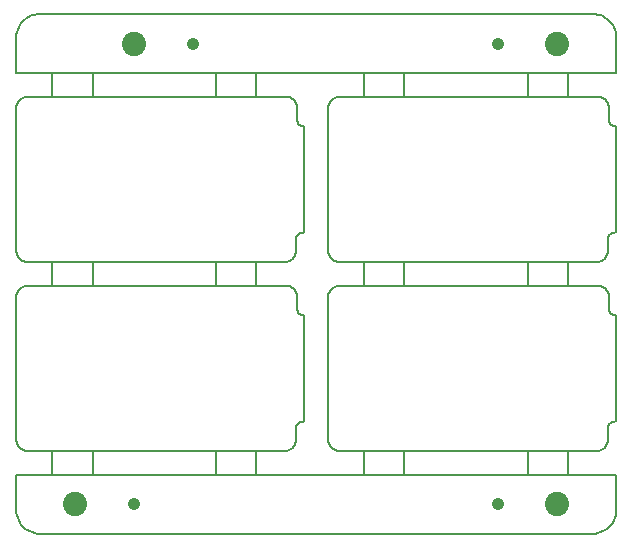
<source format=gbr>
*
%FSLAX26Y26*%
%MOIN*%
%ADD10C,0.005906*%
%ADD11C,0.006063*%
%ADD12C,0.008000*%
%ADD13C,0.041339*%
%ADD14C,0.080709*%
%IPPOS*%
%LNgko.gbr*%
%LPD*%
G75*
G54D10*
X3937Y39371D02*
X4087Y35938D01*
X4535Y32536D01*
X5280Y29182D01*
X6311Y25906D01*
X7626Y22733D01*
X9213Y19686D01*
X11055Y16788D01*
X13150Y14064D01*
X15468Y11532D01*
X18000Y9213D01*
X20724Y7119D01*
X23622Y5276D01*
X26669Y3690D01*
X29843Y2375D01*
X33118Y1343D01*
X36472Y599D01*
X39874Y150D01*
X43307Y1D01*
X897638D01*
X901071Y150D01*
X904472Y599D01*
X907827Y1343D01*
X911102Y2375D01*
X914276Y3690D01*
X917323Y5276D01*
X920220Y7119D01*
X922945Y9213D01*
X925476Y11532D01*
X927795Y14064D01*
X929890Y16788D01*
X931732Y19686D01*
X933319Y22733D01*
X934634Y25906D01*
X935665Y29182D01*
X936409Y32536D01*
X936858Y35938D01*
X937008Y39371D01*
Y78741D01*
X937083Y80457D01*
X937307Y82158D01*
X937677Y83835D01*
X938197Y85473D01*
X938850Y87060D01*
X939646Y88583D01*
X940567Y90032D01*
X941614Y91394D01*
X942772Y92662D01*
X944039Y93819D01*
X945402Y94867D01*
X946850Y95788D01*
X948374Y96583D01*
X949961Y97237D01*
X951598Y97756D01*
X953276Y98127D01*
X954976Y98351D01*
X956693Y98426D01*
X957378Y98457D01*
X958059Y98544D01*
X958732Y98693D01*
X959386Y98902D01*
X960020Y99162D01*
X960630Y99481D01*
X961209Y99851D01*
X961756Y100268D01*
X962260Y100733D01*
X962724Y101237D01*
X963142Y101784D01*
X963512Y102363D01*
X963831Y102973D01*
X964091Y103607D01*
X964299Y104260D01*
X964449Y104934D01*
X964535Y105615D01*
X964567Y106300D01*
Y448819D01*
X964551Y449162D01*
X964508Y449504D01*
X964433Y449839D01*
X964331Y450166D01*
X964197Y450485D01*
X964039Y450788D01*
X963854Y451079D01*
X963646Y451351D01*
X963413Y451603D01*
X963161Y451835D01*
X962890Y452044D01*
X962598Y452229D01*
X962295Y452386D01*
X961976Y452520D01*
X961650Y452623D01*
X961315Y452697D01*
X960972Y452741D01*
X960630Y452756D01*
X958913Y452831D01*
X957213Y453056D01*
X955535Y453426D01*
X953898Y453945D01*
X952311Y454599D01*
X950787Y455394D01*
X949339Y456316D01*
X947976Y457363D01*
X946709Y458520D01*
X945551Y459788D01*
X944504Y461150D01*
X943583Y462599D01*
X942787Y464123D01*
X942134Y465709D01*
X941614Y467347D01*
X941244Y469024D01*
X941020Y470725D01*
X940945Y472441D01*
Y511812D01*
X940795Y515245D01*
X940346Y518646D01*
X939602Y522001D01*
X938571Y525276D01*
X937256Y528449D01*
X935669Y531497D01*
X933827Y534394D01*
X931732Y537119D01*
X929413Y539650D01*
X926882Y541969D01*
X924157Y544064D01*
X921260Y545906D01*
X918213Y547493D01*
X915039Y548808D01*
X911764Y549839D01*
X908409Y550583D01*
X905008Y551032D01*
X901575Y551182D01*
X43307D01*
X39874Y551032D01*
X36472Y550583D01*
X33118Y549839D01*
X29843Y548808D01*
X26669Y547493D01*
X23622Y545906D01*
X20724Y544064D01*
X18000Y541969D01*
X15468Y539650D01*
X13150Y537119D01*
X11055Y534394D01*
X9213Y531497D01*
X7626Y528449D01*
X6311Y525276D01*
X5280Y522001D01*
X4535Y518646D01*
X4087Y515245D01*
X3937Y511812D01*
Y39371D01*
G54D11*
X124433Y629866D02*
Y551182D01*
X258291Y629866D02*
Y551182D01*
X669616Y629866D02*
Y551182D01*
X803474Y629866D02*
Y551182D01*
X124433Y-56D02*
Y-78740D01*
X258291Y-56D02*
Y-78740D01*
X669616Y-56D02*
Y-78740D01*
X803474Y-56D02*
Y-78740D01*
G54D10*
X3937Y669292D02*
X4087Y665859D01*
X4535Y662457D01*
X5280Y659103D01*
X6311Y655827D01*
X7626Y652654D01*
X9213Y649607D01*
X11055Y646709D01*
X13150Y643985D01*
X15468Y641453D01*
X18000Y639134D01*
X20724Y637040D01*
X23622Y635197D01*
X26669Y633611D01*
X29843Y632296D01*
X33118Y631264D01*
X36472Y630520D01*
X39874Y630071D01*
X43307Y629922D01*
X897638D01*
X901071Y630071D01*
X904472Y630520D01*
X907827Y631264D01*
X911102Y632296D01*
X914276Y633611D01*
X917323Y635197D01*
X920220Y637040D01*
X922945Y639134D01*
X925476Y641453D01*
X927795Y643985D01*
X929890Y646709D01*
X931732Y649607D01*
X933319Y652654D01*
X934634Y655827D01*
X935665Y659103D01*
X936409Y662457D01*
X936858Y665859D01*
X937008Y669292D01*
Y708662D01*
X937083Y710379D01*
X937307Y712079D01*
X937677Y713756D01*
X938197Y715394D01*
X938850Y716981D01*
X939646Y718504D01*
X940567Y719953D01*
X941614Y721316D01*
X942772Y722583D01*
X944039Y723741D01*
X945402Y724788D01*
X946850Y725709D01*
X948374Y726504D01*
X949961Y727158D01*
X951598Y727678D01*
X953276Y728048D01*
X954976Y728272D01*
X956693Y728347D01*
X957378Y728379D01*
X958059Y728465D01*
X958732Y728615D01*
X959386Y728823D01*
X960020Y729083D01*
X960630Y729402D01*
X961209Y729772D01*
X961756Y730190D01*
X962260Y730654D01*
X962724Y731158D01*
X963142Y731705D01*
X963512Y732284D01*
X963831Y732894D01*
X964091Y733528D01*
X964299Y734182D01*
X964449Y734855D01*
X964535Y735536D01*
X964567Y736221D01*
Y1078741D01*
X964551Y1079083D01*
X964508Y1079426D01*
X964433Y1079760D01*
X964331Y1080087D01*
X964197Y1080406D01*
X964039Y1080709D01*
X963854Y1081001D01*
X963646Y1081272D01*
X963413Y1081524D01*
X963161Y1081756D01*
X962890Y1081965D01*
X962598Y1082150D01*
X962295Y1082308D01*
X961976Y1082441D01*
X961650Y1082544D01*
X961315Y1082619D01*
X960972Y1082662D01*
X960630Y1082678D01*
X958913Y1082753D01*
X957213Y1082977D01*
X955535Y1083347D01*
X953898Y1083867D01*
X952311Y1084520D01*
X950787Y1085316D01*
X949339Y1086237D01*
X947976Y1087284D01*
X946709Y1088441D01*
X945551Y1089709D01*
X944504Y1091071D01*
X943583Y1092520D01*
X942787Y1094044D01*
X942134Y1095630D01*
X941614Y1097268D01*
X941244Y1098945D01*
X941020Y1100646D01*
X940945Y1102363D01*
Y1141733D01*
X940795Y1145166D01*
X940346Y1148567D01*
X939602Y1151922D01*
X938571Y1155197D01*
X937256Y1158371D01*
X935669Y1161418D01*
X933827Y1164316D01*
X931732Y1167040D01*
X929413Y1169571D01*
X926882Y1171890D01*
X924157Y1173985D01*
X921260Y1175827D01*
X918213Y1177414D01*
X915039Y1178729D01*
X911764Y1179760D01*
X908409Y1180504D01*
X905008Y1180953D01*
X901575Y1181103D01*
X43307D01*
X39874Y1180953D01*
X36472Y1180504D01*
X33118Y1179760D01*
X29843Y1178729D01*
X26669Y1177414D01*
X23622Y1175827D01*
X20724Y1173985D01*
X18000Y1171890D01*
X15468Y1169571D01*
X13150Y1167040D01*
X11055Y1164316D01*
X9213Y1161418D01*
X7626Y1158371D01*
X6311Y1155197D01*
X5280Y1151922D01*
X4535Y1148567D01*
X4087Y1145166D01*
X3937Y1141733D01*
Y669292D01*
G54D11*
X124433Y1259787D02*
Y1181103D01*
X258291Y1259787D02*
Y1181103D01*
X669616Y1259787D02*
Y1181103D01*
X803474Y1259787D02*
Y1181103D01*
X124433Y629866D02*
Y551182D01*
X258291Y629866D02*
Y551182D01*
X669616Y629866D02*
Y551182D01*
X803474Y629866D02*
Y551182D01*
G54D10*
X1043307Y39371D02*
X1043457Y35938D01*
X1043906Y32536D01*
X1044650Y29182D01*
X1045681Y25906D01*
X1046996Y22733D01*
X1048583Y19686D01*
X1050425Y16788D01*
X1052520Y14064D01*
X1054839Y11532D01*
X1057370Y9213D01*
X1060094Y7119D01*
X1062992Y5276D01*
X1066039Y3690D01*
X1069213Y2375D01*
X1072488Y1343D01*
X1075843Y599D01*
X1079244Y150D01*
X1082677Y1D01*
X1937008D01*
X1940441Y150D01*
X1943843Y599D01*
X1947197Y1343D01*
X1950472Y2375D01*
X1953646Y3690D01*
X1956693Y5276D01*
X1959591Y7119D01*
X1962315Y9213D01*
X1964846Y11532D01*
X1967165Y14064D01*
X1969260Y16788D01*
X1971102Y19686D01*
X1972689Y22733D01*
X1974004Y25906D01*
X1975035Y29182D01*
X1975780Y32536D01*
X1976228Y35938D01*
X1976378Y39371D01*
Y78741D01*
X1976453Y80457D01*
X1976677Y82158D01*
X1977047Y83835D01*
X1977567Y85473D01*
X1978220Y87060D01*
X1979016Y88583D01*
X1979937Y90032D01*
X1980984Y91394D01*
X1982142Y92662D01*
X1983409Y93819D01*
X1984772Y94867D01*
X1986220Y95788D01*
X1987744Y96583D01*
X1989331Y97237D01*
X1990968Y97756D01*
X1992646Y98127D01*
X1994346Y98351D01*
X1996063Y98426D01*
X1996748Y98457D01*
X1997429Y98544D01*
X1998102Y98693D01*
X1998756Y98902D01*
X1999390Y99162D01*
X2000000Y99481D01*
X2000579Y99851D01*
X2001126Y100268D01*
X2001630Y100733D01*
X2002094Y101237D01*
X2002512Y101784D01*
X2002882Y102363D01*
X2003201Y102973D01*
X2003461Y103607D01*
X2003669Y104260D01*
X2003819Y104934D01*
X2003906Y105615D01*
X2003937Y106300D01*
Y448819D01*
X2003921Y449162D01*
X2003878Y449504D01*
X2003803Y449839D01*
X2003701Y450166D01*
X2003567Y450485D01*
X2003409Y450788D01*
X2003224Y451079D01*
X2003016Y451351D01*
X2002783Y451603D01*
X2002531Y451835D01*
X2002260Y452044D01*
X2001968Y452229D01*
X2001665Y452386D01*
X2001346Y452520D01*
X2001020Y452623D01*
X2000685Y452697D01*
X2000343Y452741D01*
X2000000Y452756D01*
X1998283Y452831D01*
X1996583Y453056D01*
X1994906Y453426D01*
X1993268Y453945D01*
X1991681Y454599D01*
X1990157Y455394D01*
X1988709Y456316D01*
X1987346Y457363D01*
X1986079Y458520D01*
X1984921Y459788D01*
X1983874Y461150D01*
X1982953Y462599D01*
X1982157Y464123D01*
X1981504Y465709D01*
X1980984Y467347D01*
X1980614Y469024D01*
X1980390Y470725D01*
X1980315Y472441D01*
Y511812D01*
X1980165Y515245D01*
X1979717Y518646D01*
X1978972Y522001D01*
X1977941Y525276D01*
X1976626Y528449D01*
X1975039Y531497D01*
X1973197Y534394D01*
X1971102Y537119D01*
X1968783Y539650D01*
X1966252Y541969D01*
X1963528Y544064D01*
X1960630Y545906D01*
X1957583Y547493D01*
X1954409Y548808D01*
X1951134Y549839D01*
X1947780Y550583D01*
X1944378Y551032D01*
X1940945Y551182D01*
X1082677D01*
X1079244Y551032D01*
X1075843Y550583D01*
X1072488Y549839D01*
X1069213Y548808D01*
X1066039Y547493D01*
X1062992Y545906D01*
X1060094Y544064D01*
X1057370Y541969D01*
X1054839Y539650D01*
X1052520Y537119D01*
X1050425Y534394D01*
X1048583Y531497D01*
X1046996Y528449D01*
X1045681Y525276D01*
X1044650Y522001D01*
X1043906Y518646D01*
X1043457Y515245D01*
X1043307Y511812D01*
Y39371D01*
G54D11*
X1163803Y629866D02*
Y551182D01*
X1297661Y629866D02*
Y551182D01*
X1708986Y629866D02*
Y551182D01*
X1842844Y629866D02*
Y551182D01*
X1163803Y-56D02*
Y-78740D01*
X1297661Y-56D02*
Y-78740D01*
X1708986Y-56D02*
Y-78740D01*
X1842844Y-56D02*
Y-78740D01*
G54D10*
X1043307Y669292D02*
X1043457Y665859D01*
X1043906Y662457D01*
X1044650Y659103D01*
X1045681Y655827D01*
X1046996Y652654D01*
X1048583Y649607D01*
X1050425Y646709D01*
X1052520Y643985D01*
X1054839Y641453D01*
X1057370Y639134D01*
X1060094Y637040D01*
X1062992Y635197D01*
X1066039Y633611D01*
X1069213Y632296D01*
X1072488Y631264D01*
X1075843Y630520D01*
X1079244Y630071D01*
X1082677Y629922D01*
X1937008D01*
X1940441Y630071D01*
X1943843Y630520D01*
X1947197Y631264D01*
X1950472Y632296D01*
X1953646Y633611D01*
X1956693Y635197D01*
X1959591Y637040D01*
X1962315Y639134D01*
X1964846Y641453D01*
X1967165Y643985D01*
X1969260Y646709D01*
X1971102Y649607D01*
X1972689Y652654D01*
X1974004Y655827D01*
X1975035Y659103D01*
X1975780Y662457D01*
X1976228Y665859D01*
X1976378Y669292D01*
Y708662D01*
X1976453Y710379D01*
X1976677Y712079D01*
X1977047Y713756D01*
X1977567Y715394D01*
X1978220Y716981D01*
X1979016Y718504D01*
X1979937Y719953D01*
X1980984Y721316D01*
X1982142Y722583D01*
X1983409Y723741D01*
X1984772Y724788D01*
X1986220Y725709D01*
X1987744Y726504D01*
X1989331Y727158D01*
X1990968Y727678D01*
X1992646Y728048D01*
X1994346Y728272D01*
X1996063Y728347D01*
X1996748Y728379D01*
X1997429Y728465D01*
X1998102Y728615D01*
X1998756Y728823D01*
X1999390Y729083D01*
X2000000Y729402D01*
X2000579Y729772D01*
X2001126Y730190D01*
X2001630Y730654D01*
X2002094Y731158D01*
X2002512Y731705D01*
X2002882Y732284D01*
X2003201Y732894D01*
X2003461Y733528D01*
X2003669Y734182D01*
X2003819Y734855D01*
X2003906Y735536D01*
X2003937Y736221D01*
Y1078741D01*
X2003921Y1079083D01*
X2003878Y1079426D01*
X2003803Y1079760D01*
X2003701Y1080087D01*
X2003567Y1080406D01*
X2003409Y1080709D01*
X2003224Y1081001D01*
X2003016Y1081272D01*
X2002783Y1081524D01*
X2002531Y1081756D01*
X2002260Y1081965D01*
X2001968Y1082150D01*
X2001665Y1082308D01*
X2001346Y1082441D01*
X2001020Y1082544D01*
X2000685Y1082619D01*
X2000343Y1082662D01*
X2000000Y1082678D01*
X1998283Y1082753D01*
X1996583Y1082977D01*
X1994906Y1083347D01*
X1993268Y1083867D01*
X1991681Y1084520D01*
X1990157Y1085316D01*
X1988709Y1086237D01*
X1987346Y1087284D01*
X1986079Y1088441D01*
X1984921Y1089709D01*
X1983874Y1091071D01*
X1982953Y1092520D01*
X1982157Y1094044D01*
X1981504Y1095630D01*
X1980984Y1097268D01*
X1980614Y1098945D01*
X1980390Y1100646D01*
X1980315Y1102363D01*
Y1141733D01*
X1980165Y1145166D01*
X1979717Y1148567D01*
X1978972Y1151922D01*
X1977941Y1155197D01*
X1976626Y1158371D01*
X1975039Y1161418D01*
X1973197Y1164316D01*
X1971102Y1167040D01*
X1968783Y1169571D01*
X1966252Y1171890D01*
X1963528Y1173985D01*
X1960630Y1175827D01*
X1957583Y1177414D01*
X1954409Y1178729D01*
X1951134Y1179760D01*
X1947780Y1180504D01*
X1944378Y1180953D01*
X1940945Y1181103D01*
X1082677D01*
X1079244Y1180953D01*
X1075843Y1180504D01*
X1072488Y1179760D01*
X1069213Y1178729D01*
X1066039Y1177414D01*
X1062992Y1175827D01*
X1060094Y1173985D01*
X1057370Y1171890D01*
X1054839Y1169571D01*
X1052520Y1167040D01*
X1050425Y1164316D01*
X1048583Y1161418D01*
X1046996Y1158371D01*
X1045681Y1155197D01*
X1044650Y1151922D01*
X1043906Y1148567D01*
X1043457Y1145166D01*
X1043307Y1141733D01*
Y669292D01*
G54D11*
X1163803Y1259787D02*
Y1181103D01*
X1297661Y1259787D02*
Y1181103D01*
X1708986Y1259787D02*
Y1181103D01*
X1842844Y1259787D02*
Y1181103D01*
X1163803Y629866D02*
Y551182D01*
X1297661Y629866D02*
Y551182D01*
X1708986Y629866D02*
Y551182D01*
X1842844Y629866D02*
Y551182D01*
G54D12*
X82677Y-275590D02*
X1925197D01*
X2003937Y-196850D02*
Y-78740D01*
X3937D02*
Y-196850D01*
X2003937Y-78740D02*
X3937D01*
Y1259843D02*
X2003937D01*
Y1377953D01*
X1925197Y1456693D02*
X82677D01*
X3937Y1377953D02*
Y1259843D01*
X82677Y-275590D02*
X73880Y-275097D01*
X65193Y-273624D01*
X56725Y-271190D01*
X48582Y-267825D01*
X40866Y-263572D01*
X33673Y-258483D01*
X27094Y-252622D01*
X21211Y-246063D01*
X16098Y-238888D01*
X11818Y-231186D01*
X8425Y-223054D01*
X5963Y-214595D01*
X4460Y-205913D01*
X3938Y-197117D01*
X3937Y-196850D01*
X82677Y1456693D02*
X73880Y1456200D01*
X65193Y1454727D01*
X56725Y1452293D01*
X48582Y1448928D01*
X40866Y1444675D01*
X33673Y1439586D01*
X27094Y1433725D01*
X21211Y1427166D01*
X16098Y1419991D01*
X11818Y1412289D01*
X8425Y1404157D01*
X5963Y1395698D01*
X4460Y1387016D01*
X3938Y1378220D01*
X3937Y1377953D01*
X2003937D02*
X2003444Y1386750D01*
X2001971Y1395437D01*
X1999537Y1403905D01*
X1996172Y1412048D01*
X1991919Y1419764D01*
X1986830Y1426957D01*
X1980969Y1433536D01*
X1974410Y1439419D01*
X1967235Y1444532D01*
X1959533Y1448812D01*
X1951401Y1452205D01*
X1942942Y1454667D01*
X1934260Y1456170D01*
X1925464Y1456692D01*
X1925197Y1456693D01*
Y-275590D02*
X1933994Y-275097D01*
X1942681Y-273624D01*
X1951149Y-271190D01*
X1959292Y-267825D01*
X1967008Y-263572D01*
X1974201Y-258483D01*
X1980780Y-252622D01*
X1986663Y-246063D01*
X1991776Y-238888D01*
X1996056Y-231186D01*
X1999449Y-223054D01*
X2001912Y-214595D01*
X2003414Y-205913D01*
X2003937Y-197117D01*
X2003937Y-196850D01*
G54D13*
X397638Y-177165D03*
X1610236D03*
Y1358268D03*
X594488D03*
G54D14*
X200787Y-177165D03*
X1807087D03*
Y1358268D03*
X397638D03*
M02*

</source>
